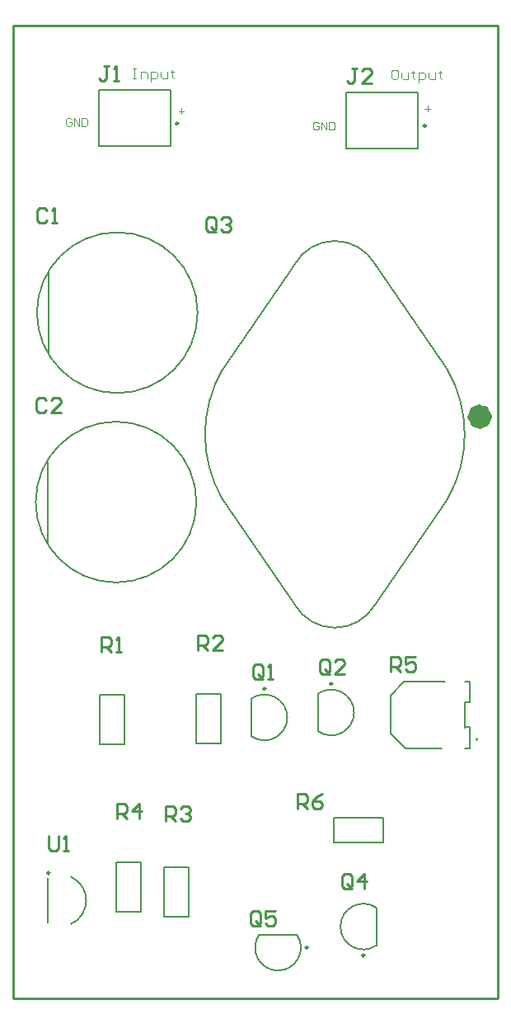
<source format=gto>
G04*
G04 #@! TF.GenerationSoftware,Altium Limited,Altium Designer,23.0.1 (38)*
G04*
G04 Layer_Color=65535*
%FSLAX44Y44*%
%MOMM*%
G71*
G04*
G04 #@! TF.SameCoordinates,7DDB17D4-ED35-45FD-BBF7-87236450D3EC*
G04*
G04*
G04 #@! TF.FilePolarity,Positive*
G04*
G01*
G75*
%ADD10C,0.1500*%
%ADD11C,1.2500*%
%ADD12C,0.2000*%
%ADD13C,0.2500*%
%ADD14C,0.2540*%
%ADD15C,0.1270*%
%ADD16C,0.1000*%
D10*
X443180Y1169670D02*
G03*
X443180Y1169670I-82500J0D01*
G01*
X441910Y975360D02*
G03*
X441910Y975360I-82500J0D01*
G01*
D11*
X739210Y1062990D02*
G03*
X739210Y1062990I-6250J0D01*
G01*
D12*
X699694Y978166D02*
G03*
X699694Y1111516I-115485J66675D01*
G01*
X468726Y1111514D02*
G03*
X468726Y978164I115485J-66675D01*
G01*
X625520Y1219441D02*
G03*
X584211Y1243291I-41309J-23850D01*
G01*
X584209D02*
G03*
X542900Y1219441I0J-47700D01*
G01*
Y870239D02*
G03*
X584209Y846389I41309J23850D01*
G01*
X584211D02*
G03*
X625520Y870239I0J47700D01*
G01*
X506441Y531511D02*
G03*
X545117Y531515I19339J-13352D01*
G01*
X626762Y559089D02*
G03*
X626765Y520413I-13352J-19339D01*
G01*
X498459Y735041D02*
G03*
X498455Y773717I13352J19339D01*
G01*
X567038Y740121D02*
G03*
X567035Y778797I13352J19339D01*
G01*
X730990Y731920D02*
G03*
X730990Y731920I-1000J0D01*
G01*
X313181Y542435D02*
G03*
X313181Y590725I-10920J24145D01*
G01*
X290430Y1128420D02*
Y1210920D01*
X625520Y1219441D02*
X699694Y1111516D01*
X468727Y1111514D02*
X542900Y1219441D01*
X468727Y978164D02*
X542900Y870239D01*
X625520D02*
X699694Y978166D01*
X582930Y626110D02*
Y651510D01*
Y626110D02*
X633730D01*
Y651510D01*
X582930D02*
X633730D01*
X506443Y531510D02*
X545117D01*
X626760Y520414D02*
Y559086D01*
X342900Y726440D02*
X368300D01*
Y777240D01*
X342900D02*
X368300D01*
X342900Y726440D02*
Y777240D01*
X441960Y727710D02*
X467360D01*
Y778510D01*
X441960D02*
X467360D01*
X441960Y727710D02*
Y778510D01*
X669820Y1337940D02*
Y1395440D01*
X595820D02*
X669820D01*
X595820Y1337940D02*
Y1395440D01*
Y1337940D02*
X669820D01*
X498460Y735043D02*
Y773717D01*
X415460Y1340310D02*
Y1397810D01*
X341460D02*
X415460D01*
X341460Y1340310D02*
Y1397810D01*
Y1340310D02*
X415460D01*
X567040Y740124D02*
Y778796D01*
X289160Y934110D02*
Y1016610D01*
X434340Y549910D02*
Y600710D01*
X408940Y549910D02*
X434340D01*
X408940D02*
Y600710D01*
X434340D01*
X289010Y543855D02*
Y589305D01*
X359410Y554990D02*
Y605790D01*
X384810D01*
Y554990D02*
Y605790D01*
X359410Y554990D02*
X384810D01*
D13*
X556530Y518160D02*
G03*
X556530Y518160I-1250J0D01*
G01*
X614660Y510250D02*
G03*
X614660Y510250I-1250J0D01*
G01*
X677820Y1361440D02*
G03*
X677820Y1361440I-1250J0D01*
G01*
X513060Y783880D02*
G03*
X513060Y783880I-1250J0D01*
G01*
X423460Y1363810D02*
G03*
X423460Y1363810I-1250J0D01*
G01*
X581640Y788960D02*
G03*
X581640Y788960I-1250J0D01*
G01*
X291260Y594830D02*
G03*
X291260Y594830I-1250J0D01*
G01*
D14*
X254000Y466090D02*
X751840D01*
X254000Y1464310D02*
X751840D01*
Y466090D02*
Y1464310D01*
X254000Y466090D02*
Y1464310D01*
X290068Y632963D02*
Y620267D01*
X292607Y617728D01*
X297686D01*
X300225Y620267D01*
Y632963D01*
X305303Y617728D02*
X310381D01*
X307842D01*
Y632963D01*
X305303Y630424D01*
X546100Y660400D02*
Y675635D01*
X553717D01*
X556257Y673096D01*
Y668018D01*
X553717Y665478D01*
X546100D01*
X551178D02*
X556257Y660400D01*
X571492Y675635D02*
X566413Y673096D01*
X561335Y668018D01*
Y662939D01*
X563874Y660400D01*
X568953D01*
X571492Y662939D01*
Y665478D01*
X568953Y668018D01*
X561335D01*
X641350Y801370D02*
Y816605D01*
X648968D01*
X651507Y814066D01*
Y808988D01*
X648968Y806448D01*
X641350D01*
X646428D02*
X651507Y801370D01*
X666742Y816605D02*
X656585D01*
Y808988D01*
X661663Y811527D01*
X664203D01*
X666742Y808988D01*
Y803909D01*
X664203Y801370D01*
X659124D01*
X656585Y803909D01*
X360680Y650240D02*
Y665475D01*
X368298D01*
X370837Y662936D01*
Y657858D01*
X368298Y655318D01*
X360680D01*
X365758D02*
X370837Y650240D01*
X383533D02*
Y665475D01*
X375915Y657858D01*
X386072D01*
X410210Y647700D02*
Y662935D01*
X417827D01*
X420367Y660396D01*
Y655318D01*
X417827Y652778D01*
X410210D01*
X415288D02*
X420367Y647700D01*
X425445Y660396D02*
X427984Y662935D01*
X433063D01*
X435602Y660396D01*
Y657857D01*
X433063Y655318D01*
X430523D01*
X433063D01*
X435602Y652778D01*
Y650239D01*
X433063Y647700D01*
X427984D01*
X425445Y650239D01*
X443230Y822960D02*
Y838195D01*
X450848D01*
X453387Y835656D01*
Y830577D01*
X450848Y828038D01*
X443230D01*
X448308D02*
X453387Y822960D01*
X468622D02*
X458465D01*
X468622Y833117D01*
Y835656D01*
X466083Y838195D01*
X461004D01*
X458465Y835656D01*
X344170Y821690D02*
Y836925D01*
X351787D01*
X354327Y834386D01*
Y829307D01*
X351787Y826768D01*
X344170D01*
X349248D02*
X354327Y821690D01*
X359405D02*
X364483D01*
X361944D01*
Y836925D01*
X359405Y834386D01*
X507489Y542797D02*
Y552954D01*
X504949Y555493D01*
X499871D01*
X497332Y552954D01*
Y542797D01*
X499871Y540258D01*
X504949D01*
X502410Y545336D02*
X507489Y540258D01*
X504949D02*
X507489Y542797D01*
X522724Y555493D02*
X512567D01*
Y547876D01*
X517645Y550415D01*
X520185D01*
X522724Y547876D01*
Y542797D01*
X520185Y540258D01*
X515106D01*
X512567Y542797D01*
X601469Y580897D02*
Y591054D01*
X598929Y593593D01*
X593851D01*
X591312Y591054D01*
Y580897D01*
X593851Y578358D01*
X598929D01*
X596390Y583436D02*
X601469Y578358D01*
X598929D02*
X601469Y580897D01*
X614165Y578358D02*
Y593593D01*
X606547Y585975D01*
X616704D01*
X462277Y1254759D02*
Y1264916D01*
X459738Y1267455D01*
X454659D01*
X452120Y1264916D01*
Y1254759D01*
X454659Y1252220D01*
X459738D01*
X457198Y1257298D02*
X462277Y1252220D01*
X459738D02*
X462277Y1254759D01*
X467355Y1264916D02*
X469894Y1267455D01*
X474973D01*
X477512Y1264916D01*
Y1262377D01*
X474973Y1259837D01*
X472433D01*
X474973D01*
X477512Y1257298D01*
Y1254759D01*
X474973Y1252220D01*
X469894D01*
X467355Y1254759D01*
X578609Y801623D02*
Y811780D01*
X576069Y814319D01*
X570991D01*
X568452Y811780D01*
Y801623D01*
X570991Y799084D01*
X576069D01*
X573530Y804162D02*
X578609Y799084D01*
X576069D02*
X578609Y801623D01*
X593844Y799084D02*
X583687D01*
X593844Y809241D01*
Y811780D01*
X591305Y814319D01*
X586226D01*
X583687Y811780D01*
X510029Y796543D02*
Y806700D01*
X507490Y809239D01*
X502411D01*
X499872Y806700D01*
Y796543D01*
X502411Y794004D01*
X507490D01*
X504950Y799082D02*
X510029Y794004D01*
X507490D02*
X510029Y796543D01*
X515107Y794004D02*
X520185D01*
X517646D01*
Y809239D01*
X515107Y806700D01*
X606549Y1420363D02*
X601470D01*
X604010D01*
Y1407667D01*
X601470Y1405128D01*
X598931D01*
X596392Y1407667D01*
X621784Y1405128D02*
X611627D01*
X621784Y1415285D01*
Y1417824D01*
X619245Y1420363D01*
X614166D01*
X611627Y1417824D01*
X352041Y1422649D02*
X346962D01*
X349501D01*
Y1409953D01*
X346962Y1407414D01*
X344423D01*
X341884Y1409953D01*
X357119Y1407414D02*
X362197D01*
X359658D01*
Y1422649D01*
X357119Y1420110D01*
X287525Y1080258D02*
X284986Y1082797D01*
X279907D01*
X277368Y1080258D01*
Y1070101D01*
X279907Y1067562D01*
X284986D01*
X287525Y1070101D01*
X302760Y1067562D02*
X292603D01*
X302760Y1077719D01*
Y1080258D01*
X300221Y1082797D01*
X295142D01*
X292603Y1080258D01*
X288795Y1274568D02*
X286255Y1277107D01*
X281177D01*
X278638Y1274568D01*
Y1264411D01*
X281177Y1261872D01*
X286255D01*
X288795Y1264411D01*
X293873Y1261872D02*
X298951D01*
X296412D01*
Y1277107D01*
X293873Y1274568D01*
D15*
X717990Y722870D02*
X722490D01*
Y744220D01*
X717990D02*
X722490D01*
X717990Y744120D02*
Y744220D01*
Y769620D01*
X722490D01*
Y790970D01*
X717990D02*
X722490D01*
X656890Y722870D02*
X693990D01*
X641490Y738220D02*
X656890Y722870D01*
X641490Y738220D02*
Y776920D01*
X655490Y790970D01*
X697490D01*
D16*
X647348Y1418949D02*
X644016D01*
X642350Y1417283D01*
Y1410618D01*
X644016Y1408952D01*
X647348D01*
X649015Y1410618D01*
Y1417283D01*
X647348Y1418949D01*
X652347Y1415617D02*
Y1410618D01*
X654013Y1408952D01*
X659011D01*
Y1415617D01*
X664010Y1417283D02*
Y1415617D01*
X662344D01*
X665676D01*
X664010D01*
Y1410618D01*
X665676Y1408952D01*
X670674Y1405620D02*
Y1415617D01*
X675673D01*
X677339Y1413951D01*
Y1410618D01*
X675673Y1408952D01*
X670674D01*
X680671Y1415617D02*
Y1410618D01*
X682337Y1408952D01*
X687336D01*
Y1415617D01*
X692334Y1417283D02*
Y1415617D01*
X690668D01*
X694000D01*
X692334D01*
Y1410618D01*
X694000Y1408952D01*
X376920Y1420219D02*
X380252D01*
X378586D01*
Y1410222D01*
X376920D01*
X380252D01*
X385251D02*
Y1416887D01*
X390249D01*
X391915Y1415221D01*
Y1410222D01*
X395247Y1406890D02*
Y1416887D01*
X400246D01*
X401912Y1415221D01*
Y1411888D01*
X400246Y1410222D01*
X395247D01*
X405244Y1416887D02*
Y1411888D01*
X406910Y1410222D01*
X411909D01*
Y1416887D01*
X416907Y1418553D02*
Y1416887D01*
X415241D01*
X418573D01*
X416907D01*
Y1411888D01*
X418573Y1410222D01*
X676640Y1379076D02*
X681972D01*
X679306Y1381742D02*
Y1376410D01*
X567672Y1364025D02*
X566339Y1365357D01*
X563673D01*
X562340Y1364025D01*
Y1358693D01*
X563673Y1357360D01*
X566339D01*
X567672Y1358693D01*
Y1361359D01*
X565006D01*
X570337Y1357360D02*
Y1365357D01*
X575669Y1357360D01*
Y1365357D01*
X578335D02*
Y1357360D01*
X582334D01*
X583666Y1358693D01*
Y1364025D01*
X582334Y1365357D01*
X578335D01*
X423910Y1376536D02*
X429242D01*
X426576Y1379202D02*
Y1373870D01*
X313672Y1367834D02*
X312339Y1369167D01*
X309673D01*
X308340Y1367834D01*
Y1362503D01*
X309673Y1361170D01*
X312339D01*
X313672Y1362503D01*
Y1365169D01*
X311006D01*
X316337Y1361170D02*
Y1369167D01*
X321669Y1361170D01*
Y1369167D01*
X324335D02*
Y1361170D01*
X328334D01*
X329666Y1362503D01*
Y1367834D01*
X328334Y1369167D01*
X324335D01*
M02*

</source>
